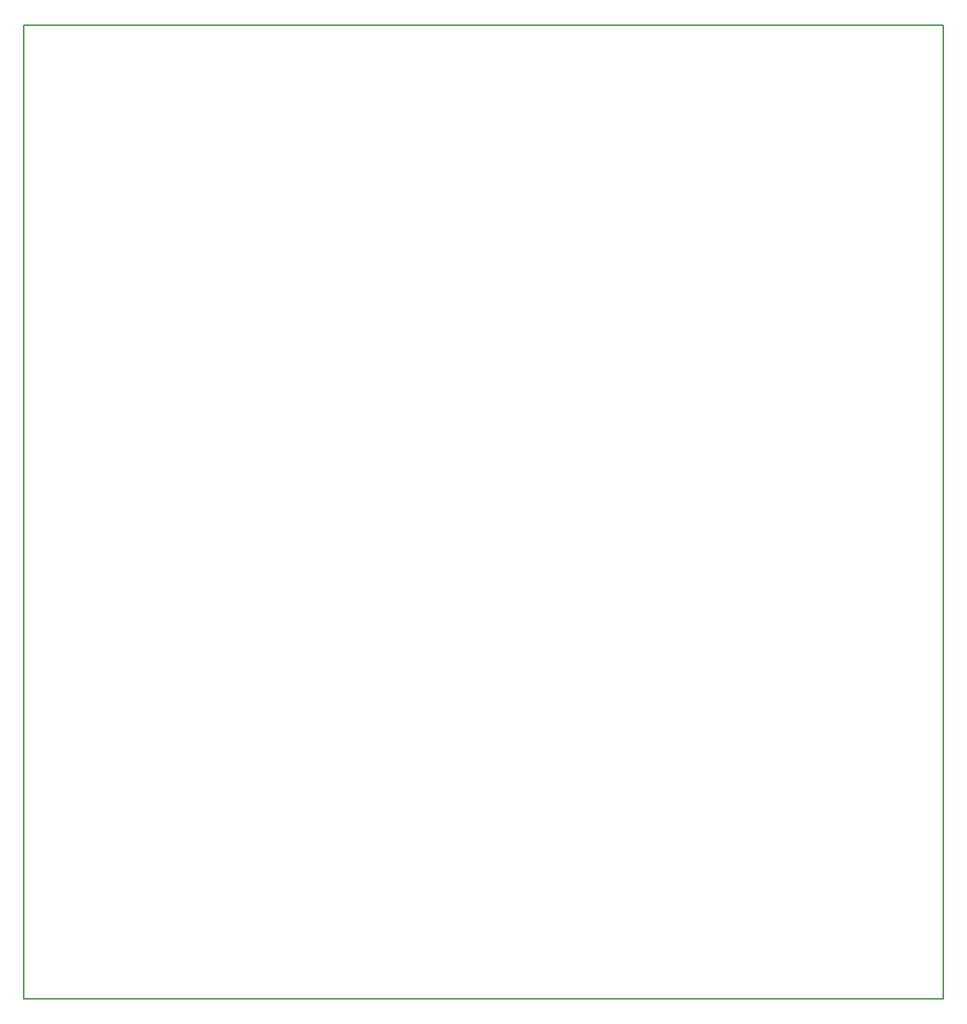
<source format=gbr>
G04 PROTEUS GERBER X2 FILE*
%TF.GenerationSoftware,Labcenter,Proteus,8.15-SP1-Build34318*%
%TF.CreationDate,2023-09-22T11:03:57+00:00*%
%TF.FileFunction,NonPlated,1,2,NPTH*%
%TF.FilePolarity,Positive*%
%TF.Part,Single*%
%TF.SameCoordinates,{3b519ea3-0d73-4d6d-96f8-eb606e8d3f04}*%
%FSLAX45Y45*%
%MOMM*%
G01*
%TA.AperFunction,Profile*%
%ADD20C,0.203200*%
%TD.AperFunction*%
D20*
X-1143000Y-5496560D02*
X+9687560Y-5496560D01*
X+9687560Y+5969000D01*
X-1143000Y+5969000D01*
X-1143000Y-5496560D01*
M02*

</source>
